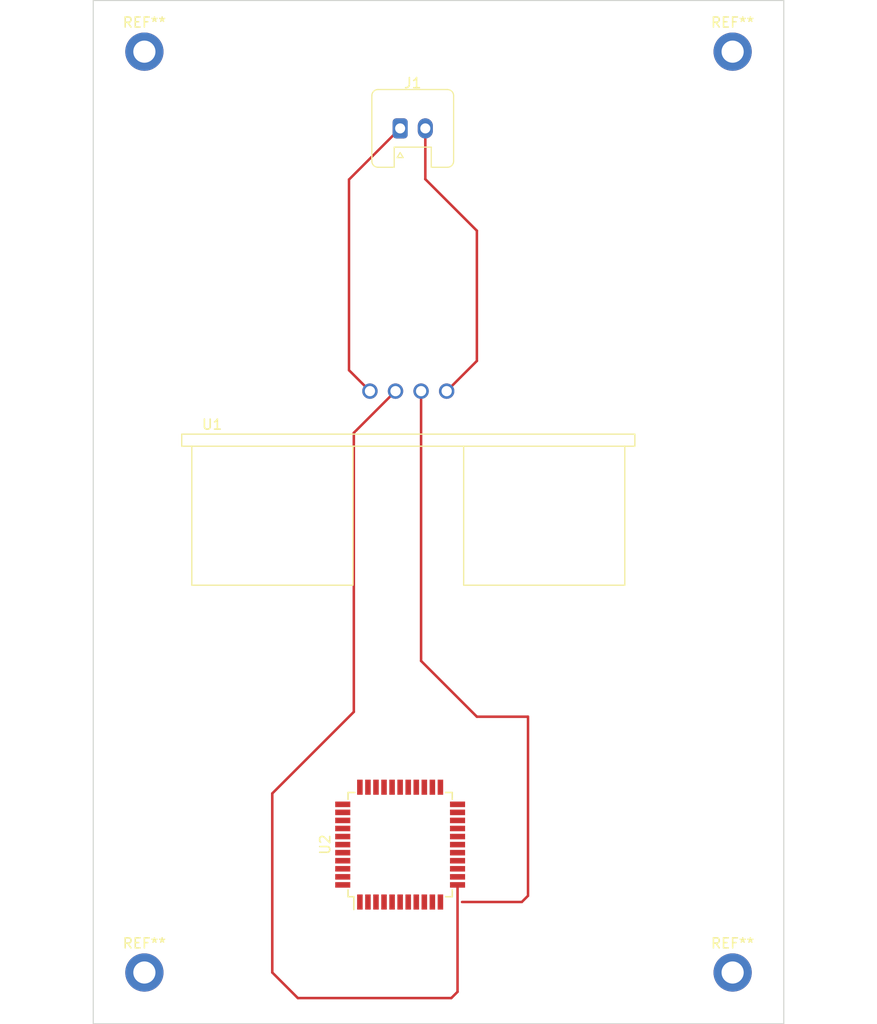
<source format=kicad_pcb>
(kicad_pcb (version 20211014) (generator pcbnew)
  (layers (0 "F.Cu" signal) (31 "B.Cu" signal) (34 "B.Paste" user) (35 "F.Paste" user) (36 "B.SilkS" user "B.Silkscreen") (37 "F.SilkS" user "F.Silkscreen") (38 "B.Mask" user) (39 "F.Mask" user) (44 "Edge.Cuts" user))
  (net 0 "")
  (net 1 "Net-(J1-Pad1)")
  (net 2 "Net-(J1-Pad2)")
  (net 3 "Net-(U1-Pad2)")
  (net 4 "Net-(U1-Pad3)")
  (net 9 "Net-(U2-Pad17)")
  (net 10 "Net-(U2-Pad18)")
  (footprint "Connector_Stocko:Stocko_MKS_1652-6-0-202_1x2_P2.50mm_Vertical" (layer "F.Cu") (at 134.62 38.1)
    (fp_text reference "J1" (at 1.25 -4.5) (layer "F.SilkS"))
    (fp_text value "Conn_01x02_Female")
    (fp_line (start -2.81 -3.25) (end -2.81 3.25) (layer "F.SilkS") (width 0.12))
    (fp_line (start -2.2 3.86) (end -0.59 3.86) (layer "F.SilkS") (width 0.12))
    (fp_line (start 5.31 -3.25) (end 5.31 3.25) (layer "F.SilkS") (width 0.12))
    (fp_line (start 4.7 3.86) (end 3.09 3.86) (layer "F.SilkS") (width 0.12))
    (fp_line (start 3.09 3.86) (end 3.09 1.86) (layer "F.SilkS") (width 0.12))
    (fp_line (start -0.3 2.9) (end 0.3 2.9) (layer "F.SilkS") (width 0.12))
    (fp_line (start -0.59 3.86) (end -0.59 1.86) (layer "F.SilkS") (width 0.12))
    (fp_line (start -2.2 -3.86) (end 4.7 -3.86) (layer "F.SilkS") (width 0.12))
    (fp_line (start 0 2.4) (end -0.3 2.9) (layer "F.SilkS") (width 0.12))
    (fp_line (start -0.59 1.86) (end 3.09 1.86) (layer "F.SilkS") (width 0.12))
    (fp_line (start 0.3 2.9) (end 0 2.4) (layer "F.SilkS") (width 0.12))
    (fp_arc (start -2.2 3.86) (mid -2.631335 3.681335) (end -2.81 3.25) (layer "F.SilkS") (width 0.12))
    (fp_arc (start 5.31 3.25) (mid 5.131335 3.681335) (end 4.7 3.86) (layer "F.SilkS") (width 0.12))
    (fp_arc (start 4.7 -3.86) (mid 5.131335 -3.681335) (end 5.31 -3.25) (layer "F.SilkS") (width 0.12))
    (fp_arc (start -2.81 -3.25) (mid -2.631335 -3.681335) (end -2.2 -3.86) (layer "F.SilkS") (width 0.12))
    (pad "1" thru_hole roundrect (at 0 0) (size 1.5 2) (drill 1) (layers *.Cu *.Mask) (net 1 "Net-(J1-Pad1)"))
    (pad "2" thru_hole oval (at 2.5 0) (size 1.5 2) (drill 1) (layers *.Cu *.Mask) (net 2 "Net-(J1-Pad2)"))
  )
  (footprint "Package_QFP:TQFP-44_10x10mm_P0.8mm" (layer "F.Cu") (at 134.62 109.22 90)
    (fp_text reference "U2" (at 0 -7.45 90) (layer "F.SilkS"))
    (fp_text value "ATmega32-16A")
    (fp_line (start -5.175 -4.6) (end -6.45 -4.6) (layer "F.SilkS") (width 0.15))
    (fp_line (start 5.175 -5.175) (end 5.175 -4.5) (layer "F.SilkS") (width 0.15))
    (fp_line (start 5.175 5.175) (end 5.175 4.5) (layer "F.SilkS") (width 0.15))
    (fp_line (start 5.175 -5.175) (end 4.5 -5.175) (layer "F.SilkS") (width 0.15))
    (fp_line (start 5.175 5.175) (end 4.5 5.175) (layer "F.SilkS") (width 0.15))
    (fp_line (start -5.175 5.175) (end -4.5 5.175) (layer "F.SilkS") (width 0.15))
    (fp_line (start -5.175 -5.175) (end -5.175 -4.6) (layer "F.SilkS") (width 0.15))
    (fp_line (start -5.175 5.175) (end -5.175 4.5) (layer "F.SilkS") (width 0.15))
    (fp_line (start -5.175 -5.175) (end -4.5 -5.175) (layer "F.SilkS") (width 0.15))
    (pad "1" smd rect (at -5.7 -4 90) (size 1.5 0.55) (layers "F.Cu" "F.Paste" "F.Mask"))
    (pad "2" smd rect (at -5.7 -3.2 90) (size 1.5 0.55) (layers "F.Cu" "F.Paste" "F.Mask"))
    (pad "3" smd rect (at -5.7 -2.4 90) (size 1.5 0.55) (layers "F.Cu" "F.Paste" "F.Mask"))
    (pad "4" smd rect (at -5.7 -1.6 90) (size 1.5 0.55) (layers "F.Cu" "F.Paste" "F.Mask"))
    (pad "5" smd rect (at -5.7 -0.8 90) (size 1.5 0.55) (layers "F.Cu" "F.Paste" "F.Mask") (net 9 "Net-(U2-Pad17)"))
    (pad "6" smd rect (at -5.7 0 90) (size 1.5 0.55) (layers "F.Cu" "F.Paste" "F.Mask") (net 10 "Net-(U2-Pad18)"))
    (pad "7" smd rect (at -5.7 0.8 90) (size 1.5 0.55) (layers "F.Cu" "F.Paste" "F.Mask"))
    (pad "8" smd rect (at -5.7 1.6 90) (size 1.5 0.55) (layers "F.Cu" "F.Paste" "F.Mask"))
    (pad "9" smd rect (at -5.7 2.4 90) (size 1.5 0.55) (layers "F.Cu" "F.Paste" "F.Mask"))
    (pad "10" smd rect (at -5.7 3.2 90) (size 1.5 0.55) (layers "F.Cu" "F.Paste" "F.Mask"))
    (pad "11" smd rect (at -5.7 4 90) (size 1.5 0.55) (layers "F.Cu" "F.Paste" "F.Mask") (net 4 "Net-(U1-Pad3)"))
    (pad "12" smd rect (at -4 5.7 180) (size 1.5 0.55) (layers "F.Cu" "F.Paste" "F.Mask") (net 3 "Net-(U1-Pad2)"))
    (pad "13" smd rect (at -3.2 5.7 180) (size 1.5 0.55) (layers "F.Cu" "F.Paste" "F.Mask"))
    (pad "14" smd rect (at -2.4 5.7 180) (size 1.5 0.55) (layers "F.Cu" "F.Paste" "F.Mask"))
    (pad "15" smd rect (at -1.6 5.7 180) (size 1.5 0.55) (layers "F.Cu" "F.Paste" "F.Mask"))
    (pad "16" smd rect (at -0.8 5.7 180) (size 1.5 0.55) (layers "F.Cu" "F.Paste" "F.Mask"))
    (pad "17" smd rect (at 0 5.7 180) (size 1.5 0.55) (layers "F.Cu" "F.Paste" "F.Mask") (net 9 "Net-(U2-Pad17)"))
    (pad "18" smd rect (at 0.8 5.7 180) (size 1.5 0.55) (layers "F.Cu" "F.Paste" "F.Mask") (net 10 "Net-(U2-Pad18)"))
    (pad "19" smd rect (at 1.6 5.7 180) (size 1.5 0.55) (layers "F.Cu" "F.Paste" "F.Mask"))
    (pad "20" smd rect (at 2.4 5.7 180) (size 1.5 0.55) (layers "F.Cu" "F.Paste" "F.Mask"))
    (pad "21" smd rect (at 3.2 5.7 180) (size 1.5 0.55) (layers "F.Cu" "F.Paste" "F.Mask"))
    (pad "22" smd rect (at 4 5.7 180) (size 1.5 0.55) (layers "F.Cu" "F.Paste" "F.Mask"))
    (pad "23" smd rect (at 5.7 4 90) (size 1.5 0.55) (layers "F.Cu" "F.Paste" "F.Mask"))
    (pad "24" smd rect (at 5.7 3.2 90) (size 1.5 0.55) (layers "F.Cu" "F.Paste" "F.Mask"))
    (pad "25" smd rect (at 5.7 2.4 90) (size 1.5 0.55) (layers "F.Cu" "F.Paste" "F.Mask"))
    (pad "26" smd rect (at 5.7 1.6 90) (size 1.5 0.55) (layers "F.Cu" "F.Paste" "F.Mask"))
    (pad "27" smd rect (at 5.7 0.8 90) (size 1.5 0.55) (layers "F.Cu" "F.Paste" "F.Mask"))
    (pad "28" smd rect (at 5.7 0 90) (size 1.5 0.55) (layers "F.Cu" "F.Paste" "F.Mask") (net 10 "Net-(U2-Pad18)"))
    (pad "29" smd rect (at 5.7 -0.8 90) (size 1.5 0.55) (layers "F.Cu" "F.Paste" "F.Mask"))
    (pad "30" smd rect (at 5.7 -1.6 90) (size 1.5 0.55) (layers "F.Cu" "F.Paste" "F.Mask"))
    (pad "31" smd rect (at 5.7 -2.4 90) (size 1.5 0.55) (layers "F.Cu" "F.Paste" "F.Mask"))
    (pad "32" smd rect (at 5.7 -3.2 90) (size 1.5 0.55) (layers "F.Cu" "F.Paste" "F.Mask"))
    (pad "33" smd rect (at 5.7 -4 90) (size 1.5 0.55) (layers "F.Cu" "F.Paste" "F.Mask"))
    (pad "34" smd rect (at 4 -5.7 180) (size 1.5 0.55) (layers "F.Cu" "F.Paste" "F.Mask"))
    (pad "35" smd rect (at 3.2 -5.7 180) (size 1.5 0.55) (layers "F.Cu" "F.Paste" "F.Mask"))
    (pad "36" smd rect (at 2.4 -5.7 180) (size 1.5 0.55) (layers "F.Cu" "F.Paste" "F.Mask"))
    (pad "37" smd rect (at 1.6 -5.7 180) (size 1.5 0.55) (layers "F.Cu" "F.Paste" "F.Mask"))
    (pad "38" smd rect (at 0.8 -5.7 180) (size 1.5 0.55) (layers "F.Cu" "F.Paste" "F.Mask") (net 9 "Net-(U2-Pad17)"))
    (pad "39" smd rect (at 0 -5.7 180) (size 1.5 0.55) (layers "F.Cu" "F.Paste" "F.Mask") (net 10 "Net-(U2-Pad18)"))
    (pad "40" smd rect (at -0.8 -5.7 180) (size 1.5 0.55) (layers "F.Cu" "F.Paste" "F.Mask"))
    (pad "41" smd rect (at -1.6 -5.7 180) (size 1.5 0.55) (layers "F.Cu" "F.Paste" "F.Mask"))
    (pad "42" smd rect (at -2.4 -5.7 180) (size 1.5 0.55) (layers "F.Cu" "F.Paste" "F.Mask"))
    (pad "43" smd rect (at -3.2 -5.7 180) (size 1.5 0.55) (layers "F.Cu" "F.Paste" "F.Mask"))
    (pad "44" smd rect (at -4 -5.7 180) (size 1.5 0.55) (layers "F.Cu" "F.Paste" "F.Mask"))
  )
  (footprint "MountingHole:MountingHole_2.2mm_M2_DIN965_Pad" (layer "F.Cu") (at 167.64 121.92)
    (fp_text reference "REF**" (at 0 -2.9) (layer "F.SilkS"))
    (fp_text value "MountingHole_2.2mm_M2_DIN965_Pad")
    (pad "1" thru_hole circle (at 0 0) (size 3.8 3.8) (drill 2.2) (layers *.Cu *.Mask))
  )
  (footprint "MountingHole:MountingHole_2.2mm_M2_DIN965_Pad" (layer "F.Cu") (at 167.64 30.48)
    (fp_text reference "REF**" (at 0 -2.9) (layer "F.SilkS"))
    (fp_text value "MountingHole_2.2mm_M2_DIN965_Pad")
    (pad "1" thru_hole circle (at 0 0) (size 3.8 3.8) (drill 2.2) (layers *.Cu *.Mask))
  )
  (footprint "HC-SR04:XCVR_HC-SR04" (layer "F.Cu") (at 135.43 64.19)
    (fp_text reference "U1" (at -19.48505 3.31671) (layer "F.SilkS") (effects (font (size 1.00052 1.00052))))
    (fp_text value "HC-SR04")
    (fp_line (start 21.5 5.47) (end 5.5 5.47) (layer "F.SilkS") (width 0.127))
    (fp_line (start 5.5 5.47) (end 5.5 19.27) (layer "F.SilkS") (width 0.127))
    (fp_line (start -22.5 5.47) (end -22.5 4.27) (layer "F.SilkS") (width 0.127))
    (fp_line (start 22.5 4.27) (end 22.5 5.47) (layer "F.SilkS") (width 0.127))
    (fp_line (start -21.5 5.47) (end -22.5 5.47) (layer "F.SilkS") (width 0.127))
    (fp_line (start -21.5 19.27) (end -5.5 19.27) (layer "F.SilkS") (width 0.127))
    (fp_line (start 5.5 5.47) (end -5.5 5.47) (layer "F.SilkS") (width 0.127))
    (fp_line (start 21.5 5.47) (end 21.5 19.27) (layer "F.SilkS") (width 0.127))
    (fp_line (start -5.5 5.47) (end -21.5 5.47) (layer "F.SilkS") (width 0.127))
    (fp_line (start 5.5 19.27) (end 21.5 19.27) (layer "F.SilkS") (width 0.127))
    (fp_line (start -21.5 5.47) (end -21.5 19.27) (layer "F.SilkS") (width 0.127))
    (fp_line (start -22.5 4.27) (end 22.5 4.27) (layer "F.SilkS") (width 0.127))
    (fp_line (start -5.5 5.47) (end -5.5 19.27) (layer "F.SilkS") (width 0.127))
    (fp_line (start 22.5 5.47) (end 21.5 5.47) (layer "F.SilkS") (width 0.127))
    (pad "1" thru_hole circle locked (at -3.81 0) (size 1.53 1.53) (drill 1.02) (layers *.Cu *.Mask) (net 1 "Net-(J1-Pad1)"))
    (pad "2" thru_hole circle locked (at -1.27 0) (size 1.53 1.53) (drill 1.02) (layers *.Cu *.Mask) (net 3 "Net-(U1-Pad2)"))
    (pad "3" thru_hole circle locked (at 1.27 0) (size 1.53 1.53) (drill 1.02) (layers *.Cu *.Mask) (net 4 "Net-(U1-Pad3)"))
    (pad "4" thru_hole circle locked (at 3.81 0) (size 1.53 1.53) (drill 1.02) (layers *.Cu *.Mask) (net 2 "Net-(J1-Pad2)"))
  )
  (footprint "MountingHole:MountingHole_2.2mm_M2_DIN965_Pad" (layer "F.Cu") (at 109.22 121.92)
    (fp_text reference "REF**" (at 0 -2.9) (layer "F.SilkS"))
    (fp_text value "MountingHole_2.2mm_M2_DIN965_Pad")
    (pad "1" thru_hole circle (at 0 0) (size 3.8 3.8) (drill 2.2) (layers *.Cu *.Mask))
  )
  (footprint "MountingHole:MountingHole_2.2mm_M2_DIN965_Pad" (layer "F.Cu") (at 109.22 30.48)
    (fp_text reference "REF**" (at 0 -2.9) (layer "F.SilkS"))
    (fp_text value "MountingHole_2.2mm_M2_DIN965_Pad")
    (pad "1" thru_hole circle (at 0 0) (size 3.8 3.8) (drill 2.2) (layers *.Cu *.Mask))
  )
  (gr_line (start 172.72 25.4) (end 104.14 25.4) (layer "Edge.Cuts") (width 0.1))
  (gr_line (start 172.72 127) (end 172.72 25.4) (layer "Edge.Cuts") (width 0.1))
  (gr_line (start 104.14 25.4) (end 104.14 127) (layer "Edge.Cuts") (width 0.1))
  (gr_line (start 104.14 127) (end 172.72 127) (layer "Edge.Cuts") (width 0.1))
  (segment (start 129.54 43.18) (end 129.54 62.11) (width 0.25) (layer "F.Cu") (net 1))
  (segment (start 134.62 38.1) (end 129.54 43.18) (width 0.25) (layer "F.Cu") (net 1))
  (segment (start 129.54 62.11) (end 131.62 64.19) (width 0.25) (layer "F.Cu") (net 1))
  (segment (start 142.24 48.26) (end 142.24 61.19) (width 0.25) (layer "F.Cu") (net 2))
  (segment (start 142.24 61.19) (end 139.24 64.19) (width 0.25) (layer "F.Cu") (net 2))
  (segment (start 137.12 38.1) (end 137.12 43.14) (width 0.25) (layer "F.Cu") (net 2))
  (segment (start 137.12 43.14) (end 142.24 48.26) (width 0.25) (layer "F.Cu") (net 2))
  (segment (start 139.7 124.46) (end 140.32 123.84) (width 0.25) (layer "F.Cu") (net 3))
  (segment (start 130.020489 68.329511) (end 130.020489 96.039511) (width 0.25) (layer "F.Cu") (net 3))
  (segment (start 124.46 124.46) (end 139.7 124.46) (width 0.25) (layer "F.Cu") (net 3))
  (segment (start 134.16 64.19) (end 130.020489 68.329511) (width 0.25) (layer "F.Cu") (net 3))
  (segment (start 121.92 121.92) (end 124.46 124.46) (width 0.25) (layer "F.Cu") (net 3))
  (segment (start 140.32 123.84) (end 140.32 113.22) (width 0.25) (layer "F.Cu") (net 3))
  (segment (start 121.92 104.14) (end 121.92 121.92) (width 0.25) (layer "F.Cu") (net 3))
  (segment (start 130.020489 96.039511) (end 121.92 104.14) (width 0.25) (layer "F.Cu") (net 3))
  (segment (start 136.7 64.19) (end 136.7 90.98) (width 0.25) (layer "F.Cu") (net 4))
  (segment (start 146.7 114.92) (end 140.76952 114.92) (width 0.25) (layer "F.Cu") (net 4))
  (segment (start 147.32 114.3) (end 146.7 114.92) (width 0.25) (layer "F.Cu") (net 4))
  (segment (start 147.32 96.52) (end 147.32 114.3) (width 0.25) (layer "F.Cu") (net 4))
  (segment (start 136.7 90.98) (end 142.24 96.52) (width 0.25) (layer "F.Cu") (net 4))
  (segment (start 142.24 96.52) (end 147.32 96.52) (width 0.25) (layer "F.Cu") (net 4))
)
</source>
